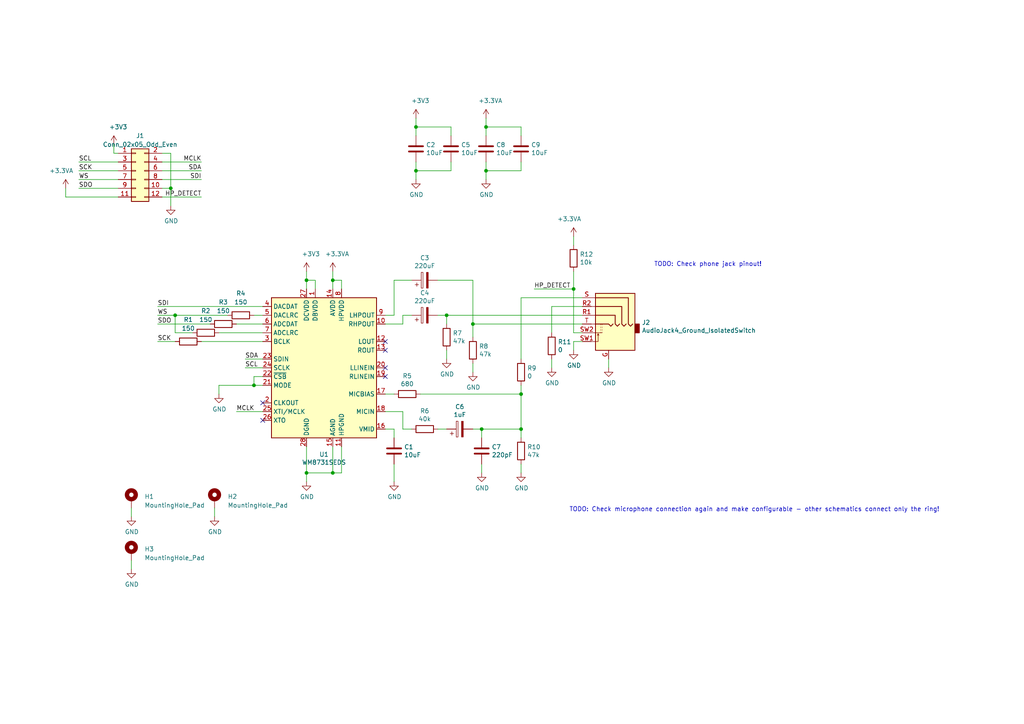
<source format=kicad_sch>
(kicad_sch (version 20210406) (generator eeschema)
  (paper "A4")
  (lib_symbols
    (symbol "Audio:WM8731SEDS"
      (property "Reference" "U" (at -13.97 21.59 0))
      (property "Value" "WM8731SEDS" (at 0 5.08 0))
      (symbol "WM8731SEDS_0_1"
        (rectangle (start -15.24 20.32) (end 15.24 -20.32) (stroke (width 0.254)) (fill (type background)))
      )
      (symbol "WM8731SEDS_1_1"
        (pin power_in line (at -2.54 22.86 270) (length 2.54) (name "DBVDD") (number "1"))
        (pin output line (at 17.78 12.7 180) (length 2.54) (name "RHPOUT") (number "10"))
        (pin power_in line (at 5.08 -22.86 90) (length 2.54) (name "HPGND") (number "11"))
        (pin output line (at 17.78 7.62 180) (length 2.54) (name "LOUT") (number "12"))
        (pin output line (at 17.78 5.08 180) (length 2.54) (name "ROUT") (number "13"))
        (pin power_in line (at 2.54 22.86 270) (length 2.54) (name "AVDD") (number "14"))
        (pin power_in line (at 2.54 -22.86 90) (length 2.54) (name "AGND") (number "15"))
        (pin passive line (at 17.78 -17.78 180) (length 2.54) (name "VMID") (number "16"))
        (pin output line (at 17.78 -7.62 180) (length 2.54) (name "MICBIAS") (number "17"))
        (pin input line (at 17.78 -12.7 180) (length 2.54) (name "MICIN") (number "18"))
        (pin input line (at 17.78 -2.54 180) (length 2.54) (name "RLINEIN") (number "19"))
        (pin output line (at -17.78 -10.16 0) (length 2.54) (name "CLKOUT") (number "2"))
        (pin input line (at 17.78 0 180) (length 2.54) (name "LLINEIN") (number "20"))
        (pin input line (at -17.78 -5.08 0) (length 2.54) (name "MODE") (number "21"))
        (pin input line (at -17.78 -2.54 0) (length 2.54) (name "~CSB") (number "22"))
        (pin bidirectional line (at -17.78 2.54 0) (length 2.54) (name "SDIN") (number "23"))
        (pin input line (at -17.78 0 0) (length 2.54) (name "SCLK") (number "24"))
        (pin input line (at -17.78 -12.7 0) (length 2.54) (name "XTI/MCLK") (number "25"))
        (pin output line (at -17.78 -15.24 0) (length 2.54) (name "XTO") (number "26"))
        (pin power_in line (at -5.08 22.86 270) (length 2.54) (name "DCVDD") (number "27"))
        (pin power_in line (at -5.08 -22.86 90) (length 2.54) (name "DGND") (number "28"))
        (pin bidirectional line (at -17.78 7.62 0) (length 2.54) (name "BCLK") (number "3"))
        (pin input line (at -17.78 17.78 0) (length 2.54) (name "DACDAT") (number "4"))
        (pin bidirectional line (at -17.78 15.24 0) (length 2.54) (name "DACLRC") (number "5"))
        (pin output line (at -17.78 12.7 0) (length 2.54) (name "ADCDAT") (number "6"))
        (pin bidirectional line (at -17.78 10.16 0) (length 2.54) (name "ADCLRC") (number "7"))
        (pin power_in line (at 5.08 22.86 270) (length 2.54) (name "HPVDD") (number "8"))
        (pin output line (at 17.78 15.24 180) (length 2.54) (name "LHPOUT") (number "9"))
      )
    )
    (symbol "Connector_Generic:Conn_02x06_Odd_Even" (pin_names (offset 1.016) hide)
      (property "Reference" "J" (at 1.27 7.62 0))
      (property "Value" "Conn_02x06_Odd_Even" (at 1.27 -10.16 0))
      (symbol "Conn_02x06_Odd_Even_1_1"
        (rectangle (start -1.27 -7.493) (end 0 -7.747) (stroke (width 0.1524)))
        (rectangle (start -1.27 -4.953) (end 0 -5.207) (stroke (width 0.1524)))
        (rectangle (start -1.27 -2.413) (end 0 -2.667) (stroke (width 0.1524)))
        (rectangle (start -1.27 0.127) (end 0 -0.127) (stroke (width 0.1524)))
        (rectangle (start -1.27 2.667) (end 0 2.413) (stroke (width 0.1524)))
        (rectangle (start -1.27 5.207) (end 0 4.953) (stroke (width 0.1524)))
        (rectangle (start 3.81 -7.493) (end 2.54 -7.747) (stroke (width 0.1524)))
        (rectangle (start 3.81 -4.953) (end 2.54 -5.207) (stroke (width 0.1524)))
        (rectangle (start 3.81 -2.413) (end 2.54 -2.667) (stroke (width 0.1524)))
        (rectangle (start 3.81 0.127) (end 2.54 -0.127) (stroke (width 0.1524)))
        (rectangle (start 3.81 2.667) (end 2.54 2.413) (stroke (width 0.1524)))
        (rectangle (start 3.81 5.207) (end 2.54 4.953) (stroke (width 0.1524)))
        (rectangle (start -1.27 6.35) (end 3.81 -8.89) (stroke (width 0.254)) (fill (type background)))
        (pin passive line (at -5.08 5.08 0) (length 3.81) (name "Pin_1") (number "1"))
        (pin passive line (at 7.62 -5.08 180) (length 3.81) (name "Pin_10") (number "10"))
        (pin passive line (at -5.08 -7.62 0) (length 3.81) (name "Pin_11") (number "11"))
        (pin passive line (at 7.62 -7.62 180) (length 3.81) (name "Pin_12") (number "12"))
        (pin passive line (at 7.62 5.08 180) (length 3.81) (name "Pin_2") (number "2"))
        (pin passive line (at -5.08 2.54 0) (length 3.81) (name "Pin_3") (number "3"))
        (pin passive line (at 7.62 2.54 180) (length 3.81) (name "Pin_4") (number "4"))
        (pin passive line (at -5.08 0 0) (length 3.81) (name "Pin_5") (number "5"))
        (pin passive line (at 7.62 0 180) (length 3.81) (name "Pin_6") (number "6"))
        (pin passive line (at -5.08 -2.54 0) (length 3.81) (name "Pin_7") (number "7"))
        (pin passive line (at 7.62 -2.54 180) (length 3.81) (name "Pin_8") (number "8"))
        (pin passive line (at -5.08 -5.08 0) (length 3.81) (name "Pin_9") (number "9"))
      )
    )
    (symbol "Device:C" (pin_numbers hide) (pin_names (offset 0.254))
      (property "Reference" "C" (at 0.635 2.54 0))
      (property "Value" "C" (at 0.635 -2.54 0))
      (symbol "C_0_1"
        (polyline (pts (xy -2.032 -0.762) (xy 2.032 -0.762)) (stroke (width 0.508)))
        (polyline (pts (xy -2.032 0.762) (xy 2.032 0.762)) (stroke (width 0.508)))
      )
      (symbol "C_1_1"
        (pin passive line (at 0 3.81 270) (length 2.794) (name "~") (number "1"))
        (pin passive line (at 0 -3.81 90) (length 2.794) (name "~") (number "2"))
      )
    )
    (symbol "Device:C_Polarized" (pin_numbers hide) (pin_names (offset 0.254))
      (property "Reference" "C" (at 0.635 2.54 0))
      (property "Value" "C_Polarized" (at 0.635 -2.54 0))
      (symbol "C_Polarized_0_1"
        (rectangle (start -2.286 0.508) (end 2.286 1.016))
        (rectangle (start 2.286 -0.508) (end -2.286 -1.016) (fill (type outline)))
        (polyline (pts (xy -1.778 2.286) (xy -0.762 2.286)))
        (polyline (pts (xy -1.27 2.794) (xy -1.27 1.778)))
      )
      (symbol "C_Polarized_1_1"
        (pin passive line (at 0 3.81 270) (length 2.794) (name "~") (number "1"))
        (pin passive line (at 0 -3.81 90) (length 2.794) (name "~") (number "2"))
      )
    )
    (symbol "Device:R" (pin_numbers hide) (pin_names (offset 0))
      (property "Reference" "R" (at 2.032 0 90))
      (property "Value" "R" (at 0 0 90))
      (symbol "R_0_1"
        (rectangle (start -1.016 -2.54) (end 1.016 2.54) (stroke (width 0.254)))
      )
      (symbol "R_1_1"
        (pin passive line (at 0 3.81 270) (length 1.27) (name "~") (number "1"))
        (pin passive line (at 0 -3.81 90) (length 1.27) (name "~") (number "2"))
      )
    )
    (symbol "HackAmp-Symbols:AudioJack4_Ground_IsolatedSwitch"
      (property "Reference" "J" (at 0 11.43 0))
      (property "Value" "AudioJack4_Ground_IsolatedSwitch" (at 0 8.89 0))
      (symbol "AudioJack4_Ground_IsolatedSwitch_0_1"
        (rectangle (start -7.62 -2.54) (end -8.89 -5.08) (stroke (width 0.254)) (fill (type outline)))
        (rectangle (start -7.62 6.35) (end 3.81 -10.16) (stroke (width 0.254)) (fill (type background)))
        (polyline (pts (xy 1.905 -5.08) (xy 1.905 -4.826)) (stroke (width 0.001)))
        (polyline (pts (xy 1.905 -4.445) (xy 1.905 -4.064)) (stroke (width 0.001)))
        (polyline (pts (xy 1.905 -3.683) (xy 1.905 -3.302)) (stroke (width 0.001)))
        (polyline (pts (xy 1.905 -2.921) (xy 1.905 -2.54)) (stroke (width 0.001)))
        (polyline (pts (xy 2.286 -5.08) (xy 2.286 -4.826)) (stroke (width 0.001)))
        (polyline (pts (xy 2.286 -4.445) (xy 2.286 -4.064)) (stroke (width 0.001)))
        (polyline (pts (xy 2.286 -3.683) (xy 2.286 -3.302)) (stroke (width 0.001)))
        (polyline (pts (xy 2.286 -2.921) (xy 2.286 -2.54)) (stroke (width 0.001)))
        (polyline (pts (xy 3.81 2.54) (xy 5.08 2.54)))
        (polyline (pts (xy 5.08 -5.08) (xy 1.905 -5.08)))
        (polyline (pts (xy 5.08 -2.54) (xy 3.81 -2.54)))
        (polyline (pts (xy 5.08 0) (xy 3.81 0)))
        (polyline (pts (xy 5.08 5.08) (xy 3.81 5.08)))
      )
      (symbol "AudioJack4_Ground_IsolatedSwitch_1_1"
        (polyline (pts (xy 3.048 -5.334) (xy 3.302 -5.842)))
        (polyline (pts (xy -1.27 -2.54) (xy -0.635 -3.175) (xy 0 -2.54) (xy 3.81 -2.54)) (stroke (width 0.254)))
        (polyline (pts (xy 5.08 -7.62) (xy 3.048 -7.62) (xy 3.048 -5.334) (xy 2.794 -5.842)))
        (polyline (pts (xy -3.175 -2.54) (xy -2.54 -3.175) (xy -1.905 -2.54) (xy -1.905 0) (xy 3.81 0)) (stroke (width 0.254)))
        (polyline (pts (xy 3.81 2.54) (xy -3.81 2.54) (xy -3.81 -2.54) (xy -4.445 -3.175) (xy -5.08 -2.54)) (stroke (width 0.254)))
        (polyline (pts (xy 3.81 5.08) (xy -5.715 5.08) (xy -5.715 -2.54) (xy -6.35 -3.175) (xy -6.985 -2.54)) (stroke (width 0.254)))
        (pin passive line (at 0 -12.7 90) (length 2.54) (name "~") (number "G"))
        (pin passive line (at 7.62 0 180) (length 2.54) (name "~") (number "R1"))
        (pin passive line (at 7.62 2.54 180) (length 2.54) (name "~") (number "R2"))
        (pin passive line (at 7.62 5.08 180) (length 2.54) (name "~") (number "S"))
        (pin passive line (at 7.62 -7.62 180) (length 2.54) (name "~") (number "SW1"))
        (pin passive line (at 7.62 -5.08 180) (length 2.54) (name "~") (number "SW2"))
        (pin passive line (at 7.62 -2.54 180) (length 2.54) (name "~") (number "T"))
      )
    )
    (symbol "Mechanical:MountingHole_Pad" (pin_numbers hide) (pin_names (offset 1.016) hide)
      (property "Reference" "H" (at 0 6.35 0))
      (property "Value" "MountingHole_Pad" (at 0 4.445 0))
      (symbol "MountingHole_Pad_0_1"
        (circle (center 0 1.27) (radius 1.27) (stroke (width 1.27)))
      )
      (symbol "MountingHole_Pad_1_1"
        (pin input line (at 0 -2.54 90) (length 2.54) (name "1") (number "1"))
      )
    )
    (symbol "power:+3.3VA" (power) (pin_names (offset 0))
      (property "Value" "+3.3VA" (at 0 3.556 0))
      (symbol "+3.3VA_0_1"
        (polyline (pts (xy -0.762 1.27) (xy 0 2.54)))
        (polyline (pts (xy 0 0) (xy 0 2.54)))
        (polyline (pts (xy 0 2.54) (xy 0.762 1.27)))
      )
      (symbol "+3.3VA_1_1"
        (pin power_in line (at 0 0 90) (length 0) hide (name "+3.3VA") (number "1"))
      )
    )
    (symbol "power:+3V3" (power) (pin_names (offset 0))
      (property "Value" "+3V3" (at 0 3.556 0))
      (symbol "+3V3_0_1"
        (polyline (pts (xy -0.762 1.27) (xy 0 2.54)))
        (polyline (pts (xy 0 0) (xy 0 2.54)))
        (polyline (pts (xy 0 2.54) (xy 0.762 1.27)))
      )
      (symbol "+3V3_1_1"
        (pin power_in line (at 0 0 90) (length 0) hide (name "+3V3") (number "1"))
      )
    )
    (symbol "power:GND" (power) (pin_names (offset 0))
      (property "Value" "GND" (at 0 -3.81 0))
      (symbol "GND_0_1"
        (polyline (pts (xy 0 0) (xy 0 -1.27) (xy 1.27 -1.27) (xy 0 -2.54) (xy -1.27 -1.27) (xy 0 -1.27)))
      )
      (symbol "GND_1_1"
        (pin power_in line (at 0 0 270) (length 0) hide (name "GND") (number "1"))
      )
    )
  )
  (junction (at 49.53 54.61) (diameter 0.9144))
  (junction (at 50.8 91.44) (diameter 0.9144))
  (junction (at 73.66 111.76) (diameter 0.9144))
  (junction (at 88.9 81.28) (diameter 0.9144))
  (junction (at 88.9 137.16) (diameter 0.9144))
  (junction (at 96.52 81.28) (diameter 0.9144))
  (junction (at 96.52 137.16) (diameter 0.9144))
  (junction (at 120.65 36.83) (diameter 0.9144))
  (junction (at 120.65 49.53) (diameter 0.9144))
  (junction (at 129.54 91.44) (diameter 0.9144))
  (junction (at 137.16 93.98) (diameter 0.9144))
  (junction (at 139.7 124.46) (diameter 0.9144))
  (junction (at 140.97 36.83) (diameter 0.9144))
  (junction (at 140.97 49.53) (diameter 0.9144))
  (junction (at 151.13 114.3) (diameter 0.9144))
  (junction (at 151.13 124.46) (diameter 0.9144))
  (junction (at 166.37 83.82) (diameter 0.9144))
  (no_connect (at 76.2 116.84))
  (no_connect (at 76.2 121.92))
  (no_connect (at 111.76 99.06))
  (no_connect (at 111.76 101.6))
  (no_connect (at 111.76 106.68))
  (no_connect (at 111.76 109.22))
  (wire (pts (xy 19.05 57.15) (xy 19.05 54.61)))
  (wire (pts (xy 33.02 44.45) (xy 33.02 41.91)))
  (wire (pts (xy 34.29 44.45) (xy 33.02 44.45)))
  (wire (pts (xy 34.29 46.99) (xy 22.86 46.99)))
  (wire (pts (xy 34.29 49.53) (xy 22.86 49.53)))
  (wire (pts (xy 34.29 52.07) (xy 22.86 52.07)))
  (wire (pts (xy 34.29 54.61) (xy 22.86 54.61)))
  (wire (pts (xy 34.29 57.15) (xy 19.05 57.15)))
  (wire (pts (xy 38.1 147.32) (xy 38.1 149.86)))
  (wire (pts (xy 38.1 162.56) (xy 38.1 165.1)))
  (wire (pts (xy 45.72 88.9) (xy 76.2 88.9)))
  (wire (pts (xy 45.72 91.44) (xy 50.8 91.44)))
  (wire (pts (xy 45.72 93.98) (xy 60.96 93.98)))
  (wire (pts (xy 45.72 99.06) (xy 50.8 99.06)))
  (wire (pts (xy 46.99 46.99) (xy 58.42 46.99)))
  (wire (pts (xy 46.99 52.07) (xy 58.42 52.07)))
  (wire (pts (xy 46.99 54.61) (xy 49.53 54.61)))
  (wire (pts (xy 49.53 44.45) (xy 46.99 44.45)))
  (wire (pts (xy 49.53 54.61) (xy 49.53 44.45)))
  (wire (pts (xy 49.53 54.61) (xy 49.53 59.69)))
  (wire (pts (xy 50.8 91.44) (xy 50.8 96.52)))
  (wire (pts (xy 50.8 91.44) (xy 66.04 91.44)))
  (wire (pts (xy 50.8 96.52) (xy 55.88 96.52)))
  (wire (pts (xy 58.42 49.53) (xy 46.99 49.53)))
  (wire (pts (xy 58.42 57.15) (xy 46.99 57.15)))
  (wire (pts (xy 58.42 99.06) (xy 76.2 99.06)))
  (wire (pts (xy 62.23 147.32) (xy 62.23 149.86)))
  (wire (pts (xy 63.5 96.52) (xy 76.2 96.52)))
  (wire (pts (xy 63.5 111.76) (xy 73.66 111.76)))
  (wire (pts (xy 63.5 114.3) (xy 63.5 111.76)))
  (wire (pts (xy 68.58 93.98) (xy 76.2 93.98)))
  (wire (pts (xy 68.58 119.38) (xy 76.2 119.38)))
  (wire (pts (xy 71.12 104.14) (xy 76.2 104.14)))
  (wire (pts (xy 71.12 106.68) (xy 76.2 106.68)))
  (wire (pts (xy 73.66 91.44) (xy 76.2 91.44)))
  (wire (pts (xy 73.66 109.22) (xy 73.66 111.76)))
  (wire (pts (xy 73.66 111.76) (xy 76.2 111.76)))
  (wire (pts (xy 76.2 109.22) (xy 73.66 109.22)))
  (wire (pts (xy 88.9 78.74) (xy 88.9 81.28)))
  (wire (pts (xy 88.9 81.28) (xy 91.44 81.28)))
  (wire (pts (xy 88.9 83.82) (xy 88.9 81.28)))
  (wire (pts (xy 88.9 137.16) (xy 88.9 129.54)))
  (wire (pts (xy 88.9 137.16) (xy 88.9 139.7)))
  (wire (pts (xy 91.44 83.82) (xy 91.44 81.28)))
  (wire (pts (xy 96.52 78.74) (xy 96.52 81.28)))
  (wire (pts (xy 96.52 81.28) (xy 99.06 81.28)))
  (wire (pts (xy 96.52 83.82) (xy 96.52 81.28)))
  (wire (pts (xy 96.52 129.54) (xy 96.52 137.16)))
  (wire (pts (xy 96.52 137.16) (xy 88.9 137.16)))
  (wire (pts (xy 99.06 81.28) (xy 99.06 83.82)))
  (wire (pts (xy 99.06 129.54) (xy 99.06 137.16)))
  (wire (pts (xy 99.06 137.16) (xy 96.52 137.16)))
  (wire (pts (xy 111.76 91.44) (xy 114.3 91.44)))
  (wire (pts (xy 111.76 93.98) (xy 116.84 93.98)))
  (wire (pts (xy 111.76 114.3) (xy 114.3 114.3)))
  (wire (pts (xy 111.76 119.38) (xy 116.84 119.38)))
  (wire (pts (xy 111.76 124.46) (xy 114.3 124.46)))
  (wire (pts (xy 114.3 81.28) (xy 119.38 81.28)))
  (wire (pts (xy 114.3 91.44) (xy 114.3 81.28)))
  (wire (pts (xy 114.3 127) (xy 114.3 124.46)))
  (wire (pts (xy 114.3 134.62) (xy 114.3 139.7)))
  (wire (pts (xy 116.84 91.44) (xy 119.38 91.44)))
  (wire (pts (xy 116.84 93.98) (xy 116.84 91.44)))
  (wire (pts (xy 116.84 119.38) (xy 116.84 124.46)))
  (wire (pts (xy 116.84 124.46) (xy 119.38 124.46)))
  (wire (pts (xy 120.65 34.29) (xy 120.65 36.83)))
  (wire (pts (xy 120.65 36.83) (xy 130.81 36.83)))
  (wire (pts (xy 120.65 39.37) (xy 120.65 36.83)))
  (wire (pts (xy 120.65 46.99) (xy 120.65 49.53)))
  (wire (pts (xy 120.65 49.53) (xy 120.65 52.07)))
  (wire (pts (xy 120.65 49.53) (xy 130.81 49.53)))
  (wire (pts (xy 127 81.28) (xy 137.16 81.28)))
  (wire (pts (xy 127 91.44) (xy 129.54 91.44)))
  (wire (pts (xy 127 124.46) (xy 129.54 124.46)))
  (wire (pts (xy 129.54 91.44) (xy 129.54 93.98)))
  (wire (pts (xy 129.54 101.6) (xy 129.54 104.14)))
  (wire (pts (xy 130.81 39.37) (xy 130.81 36.83)))
  (wire (pts (xy 130.81 46.99) (xy 130.81 49.53)))
  (wire (pts (xy 137.16 81.28) (xy 137.16 93.98)))
  (wire (pts (xy 137.16 93.98) (xy 137.16 97.79)))
  (wire (pts (xy 137.16 93.98) (xy 168.91 93.98)))
  (wire (pts (xy 137.16 107.95) (xy 137.16 105.41)))
  (wire (pts (xy 137.16 124.46) (xy 139.7 124.46)))
  (wire (pts (xy 139.7 124.46) (xy 139.7 127)))
  (wire (pts (xy 139.7 134.62) (xy 139.7 137.16)))
  (wire (pts (xy 140.97 34.29) (xy 140.97 36.83)))
  (wire (pts (xy 140.97 36.83) (xy 151.13 36.83)))
  (wire (pts (xy 140.97 39.37) (xy 140.97 36.83)))
  (wire (pts (xy 140.97 49.53) (xy 140.97 46.99)))
  (wire (pts (xy 140.97 49.53) (xy 140.97 52.07)))
  (wire (pts (xy 140.97 49.53) (xy 151.13 49.53)))
  (wire (pts (xy 151.13 36.83) (xy 151.13 39.37)))
  (wire (pts (xy 151.13 49.53) (xy 151.13 46.99)))
  (wire (pts (xy 151.13 86.36) (xy 151.13 104.14)))
  (wire (pts (xy 151.13 86.36) (xy 168.91 86.36)))
  (wire (pts (xy 151.13 111.76) (xy 151.13 114.3)))
  (wire (pts (xy 151.13 114.3) (xy 121.92 114.3)))
  (wire (pts (xy 151.13 124.46) (xy 139.7 124.46)))
  (wire (pts (xy 151.13 124.46) (xy 151.13 114.3)))
  (wire (pts (xy 151.13 127) (xy 151.13 124.46)))
  (wire (pts (xy 151.13 137.16) (xy 151.13 134.62)))
  (wire (pts (xy 154.94 83.82) (xy 166.37 83.82)))
  (wire (pts (xy 160.02 88.9) (xy 160.02 96.52)))
  (wire (pts (xy 160.02 104.14) (xy 160.02 106.68)))
  (wire (pts (xy 166.37 68.58) (xy 166.37 71.12)))
  (wire (pts (xy 166.37 78.74) (xy 166.37 83.82)))
  (wire (pts (xy 166.37 83.82) (xy 166.37 96.52)))
  (wire (pts (xy 166.37 96.52) (xy 168.91 96.52)))
  (wire (pts (xy 166.37 99.06) (xy 166.37 101.6)))
  (wire (pts (xy 168.91 88.9) (xy 160.02 88.9)))
  (wire (pts (xy 168.91 91.44) (xy 129.54 91.44)))
  (wire (pts (xy 168.91 99.06) (xy 166.37 99.06)))
  (wire (pts (xy 176.53 104.14) (xy 176.53 106.68)))
  (text "TODO: Check microphone connection again and make configurable - other schematics connect only the ring!" (at 165.1 148.59 0) (effects (font (size 1.27 1.27)) (justify left bottom)))
  (text "TODO: Check phone jack pinout!" (at 220.98 77.47 180) (effects (font (size 1.27 1.27)) (justify right bottom)))
  (label "SCL" (at 22.86 46.99 0))
  (label "SCK" (at 22.86 49.53 0))
  (label "WS" (at 22.86 52.07 0))
  (label "SDO" (at 22.86 54.61 0))
  (label "SDI" (at 45.72 88.9 0))
  (label "WS" (at 45.72 91.44 0))
  (label "SDO" (at 45.72 93.98 0))
  (label "SCK" (at 45.72 99.06 0))
  (label "MCLK" (at 58.42 46.99 180))
  (label "SDA" (at 58.42 49.53 180))
  (label "SDI" (at 58.42 52.07 180))
  (label "HP_DETECT" (at 58.42 57.15 180))
  (label "MCLK" (at 68.58 119.38 0))
  (label "SDA" (at 71.12 104.14 0))
  (label "SCL" (at 71.12 106.68 0))
  (label "HP_DETECT" (at 154.94 83.82 0))
  (symbol (lib_id "power:+3.3VA") (at 19.05 54.61 0) (mirror y) (unit 1)
    (property "Reference" "#PWR02" (effects hide))
    (property "Value" "+3.3VA" (at 17.78 49.53 0))
  )
  (symbol (lib_id "power:+3V3") (at 33.02 41.91 0) (unit 1)
    (property "Reference" "#PWR01" (effects hide))
    (property "Value" "+3V3" (at 34.29 36.83 0))
  )
  (symbol (lib_id "power:+3V3") (at 88.9 78.74 0) (unit 1)
    (property "Reference" "#PWR07" (effects hide))
    (property "Value" "+3V3" (at 90.17 73.66 0))
  )
  (symbol (lib_id "power:+3.3VA") (at 96.52 78.74 0) (unit 1)
    (property "Reference" "#PWR09" (effects hide))
    (property "Value" "+3.3VA" (at 97.79 73.66 0))
  )
  (symbol (lib_id "power:+3V3") (at 120.65 34.29 0) (unit 1)
    (property "Reference" "#PWR011" (effects hide))
    (property "Value" "+3V3" (at 121.92 29.21 0))
  )
  (symbol (lib_id "power:+3.3VA") (at 140.97 34.29 0) (unit 1)
    (property "Reference" "#PWR016" (effects hide))
    (property "Value" "+3.3VA" (at 142.24 29.21 0))
  )
  (symbol (lib_id "power:+3.3VA") (at 166.37 68.58 0) (mirror y) (unit 1)
    (property "Reference" "#PWR0102" (effects hide))
    (property "Value" "+3.3VA" (at 165.1 63.5 0))
  )
  (symbol (lib_id "power:GND") (at 38.1 149.86 0) (unit 1)
    (property "Reference" "#PWR04" (effects hide))
    (property "Value" "GND" (at 38.227 154.2542 0))
  )
  (symbol (lib_id "power:GND") (at 38.1 165.1 0) (unit 1)
    (property "Reference" "#PWR0101" (effects hide))
    (property "Value" "GND" (at 38.227 169.4942 0))
  )
  (symbol (lib_id "power:GND") (at 49.53 59.69 0) (unit 1)
    (property "Reference" "#PWR03" (effects hide))
    (property "Value" "GND" (at 49.657 64.0842 0))
  )
  (symbol (lib_id "power:GND") (at 62.23 149.86 0) (unit 1)
    (property "Reference" "#PWR05" (effects hide))
    (property "Value" "GND" (at 62.357 154.2542 0))
  )
  (symbol (lib_id "power:GND") (at 63.5 114.3 0) (unit 1)
    (property "Reference" "#PWR06" (effects hide))
    (property "Value" "GND" (at 63.627 118.6942 0))
  )
  (symbol (lib_id "power:GND") (at 88.9 139.7 0) (unit 1)
    (property "Reference" "#PWR08" (effects hide))
    (property "Value" "GND" (at 89.027 144.0942 0))
  )
  (symbol (lib_id "power:GND") (at 114.3 139.7 0) (unit 1)
    (property "Reference" "#PWR010" (effects hide))
    (property "Value" "GND" (at 114.427 144.0942 0))
  )
  (symbol (lib_id "power:GND") (at 120.65 52.07 0) (unit 1)
    (property "Reference" "#PWR012" (effects hide))
    (property "Value" "GND" (at 120.777 56.4642 0))
  )
  (symbol (lib_id "power:GND") (at 129.54 104.14 0) (unit 1)
    (property "Reference" "#PWR013" (effects hide))
    (property "Value" "GND" (at 129.667 108.5342 0))
  )
  (symbol (lib_id "power:GND") (at 137.16 107.95 0) (unit 1)
    (property "Reference" "#PWR014" (effects hide))
    (property "Value" "GND" (at 137.287 112.3442 0))
  )
  (symbol (lib_id "power:GND") (at 139.7 137.16 0) (unit 1)
    (property "Reference" "#PWR015" (effects hide))
    (property "Value" "GND" (at 139.827 141.5542 0))
  )
  (symbol (lib_id "power:GND") (at 140.97 52.07 0) (unit 1)
    (property "Reference" "#PWR017" (effects hide))
    (property "Value" "GND" (at 141.097 56.4642 0))
  )
  (symbol (lib_id "power:GND") (at 151.13 137.16 0) (unit 1)
    (property "Reference" "#PWR018" (effects hide))
    (property "Value" "GND" (at 151.257 141.5542 0))
  )
  (symbol (lib_id "power:GND") (at 160.02 106.68 0) (unit 1)
    (property "Reference" "#PWR019" (effects hide))
    (property "Value" "GND" (at 160.147 111.0742 0))
  )
  (symbol (lib_id "power:GND") (at 166.37 101.6 0) (unit 1)
    (property "Reference" "#PWR021" (effects hide))
    (property "Value" "GND" (at 166.497 105.9942 0))
  )
  (symbol (lib_id "power:GND") (at 176.53 106.68 0) (unit 1)
    (property "Reference" "#PWR022" (effects hide))
    (property "Value" "GND" (at 176.657 111.0742 0))
  )
  (symbol (lib_id "Device:R") (at 54.61 99.06 90) (unit 1)
    (property "Reference" "R1" (at 54.61 92.71 90))
    (property "Value" "150" (at 54.61 95.25 90))
    (property "Footprint" "Resistor_SMD:R_0603_1608Metric" (effects hide))
  )
  (symbol (lib_id "Device:R") (at 59.69 96.52 90) (unit 1)
    (property "Reference" "R2" (at 59.69 90.17 90))
    (property "Value" "150" (at 59.69 92.71 90))
    (property "Footprint" "Resistor_SMD:R_0603_1608Metric" (effects hide))
  )
  (symbol (lib_id "Device:R") (at 64.77 93.98 90) (unit 1)
    (property "Reference" "R3" (at 64.77 87.63 90))
    (property "Value" "150" (at 64.77 90.17 90))
    (property "Footprint" "Resistor_SMD:R_0603_1608Metric" (effects hide))
  )
  (symbol (lib_id "Device:R") (at 69.85 91.44 90) (unit 1)
    (property "Reference" "R4" (at 69.85 85.09 90))
    (property "Value" "150" (at 69.85 87.63 90))
    (property "Footprint" "Resistor_SMD:R_0603_1608Metric" (effects hide))
  )
  (symbol (lib_id "Device:R") (at 118.11 114.3 270) (unit 1)
    (property "Reference" "R5" (at 118.11 109.0422 90))
    (property "Value" "680" (at 118.11 111.3536 90))
    (property "Footprint" "Resistor_SMD:R_0603_1608Metric" (effects hide))
  )
  (symbol (lib_id "Device:R") (at 123.19 124.46 270) (unit 1)
    (property "Reference" "R6" (at 123.19 119.2022 90))
    (property "Value" "40k" (at 123.19 121.5136 90))
    (property "Footprint" "Resistor_SMD:R_0603_1608Metric" (effects hide))
  )
  (symbol (lib_id "Device:R") (at 129.54 97.79 0) (unit 1)
    (property "Reference" "R7" (at 131.318 96.6216 0) (effects (justify left)))
    (property "Value" "47k" (at 131.318 98.933 0) (effects (justify left)))
    (property "Footprint" "Resistor_SMD:R_0603_1608Metric" (effects hide))
  )
  (symbol (lib_id "Device:R") (at 137.16 101.6 0) (unit 1)
    (property "Reference" "R8" (at 138.938 100.4316 0) (effects (justify left)))
    (property "Value" "47k" (at 138.938 102.743 0) (effects (justify left)))
    (property "Footprint" "Resistor_SMD:R_0603_1608Metric" (effects hide))
  )
  (symbol (lib_id "Device:R") (at 151.13 107.95 0) (unit 1)
    (property "Reference" "R9" (at 152.908 106.7816 0) (effects (justify left)))
    (property "Value" "0" (at 152.908 109.093 0) (effects (justify left)))
    (property "Footprint" "Resistor_SMD:R_0603_1608Metric" (effects hide))
  )
  (symbol (lib_id "Device:R") (at 151.13 130.81 0) (unit 1)
    (property "Reference" "R10" (at 152.908 129.6416 0) (effects (justify left)))
    (property "Value" "47k" (at 152.908 131.953 0) (effects (justify left)))
    (property "Footprint" "Resistor_SMD:R_0603_1608Metric" (effects hide))
  )
  (symbol (lib_id "Device:R") (at 160.02 100.33 0) (unit 1)
    (property "Reference" "R11" (at 161.798 99.1616 0) (effects (justify left)))
    (property "Value" "0" (at 161.798 101.473 0) (effects (justify left)))
    (property "Footprint" "Resistor_SMD:R_0603_1608Metric" (effects hide))
  )
  (symbol (lib_id "Device:R") (at 166.37 74.93 0) (unit 1)
    (property "Reference" "R12" (at 168.148 73.7616 0) (effects (justify left)))
    (property "Value" "10k" (at 168.148 76.073 0) (effects (justify left)))
    (property "Footprint" "Resistor_SMD:R_0603_1608Metric" (effects hide))
    (property "Mouser" "652-CR0603FX-1002ELF" (effects hide))
    (property "Part Name" "Bourns CR0603-FX-1002ELF" (effects hide))
  )
  (symbol (lib_id "Mechanical:MountingHole_Pad") (at 38.1 144.78 0) (unit 1)
    (property "Reference" "H1" (at 41.91 144.0179 0) (effects (justify left)))
    (property "Value" "MountingHole_Pad" (at 41.91 146.5579 0) (effects (justify left)))
    (property "Footprint" "MountingHole:MountingHole_3.2mm_M3_ISO7380_Pad" (effects hide))
  )
  (symbol (lib_id "Mechanical:MountingHole_Pad") (at 38.1 160.02 0) (unit 1)
    (property "Reference" "H3" (at 41.91 159.2579 0) (effects (justify left)))
    (property "Value" "MountingHole_Pad" (at 41.91 161.7979 0) (effects (justify left)))
    (property "Footprint" "MountingHole:MountingHole_3.2mm_M3_ISO7380_Pad" (effects hide))
  )
  (symbol (lib_id "Mechanical:MountingHole_Pad") (at 62.23 144.78 0) (unit 1)
    (property "Reference" "H2" (at 66.04 144.0179 0) (effects (justify left)))
    (property "Value" "MountingHole_Pad" (at 66.04 146.5579 0) (effects (justify left)))
    (property "Footprint" "MountingHole:MountingHole_3.2mm_M3_ISO7380_Pad" (effects hide))
  )
  (symbol (lib_id "Device:C") (at 114.3 130.81 0) (unit 1)
    (property "Reference" "C1" (at 117.221 129.6416 0) (effects (justify left)))
    (property "Value" "10uF" (at 117.221 131.953 0) (effects (justify left)))
    (property "Footprint" "Capacitor_SMD:C_0805_2012Metric" (effects hide))
    (property "Part Name" "Taiyo Yuden LMK212F106ZG-T" (effects hide))
    (property "Mouser" "963-LMK212F106ZG-T" (effects hide))
  )
  (symbol (lib_id "Device:C") (at 120.65 43.18 0) (unit 1)
    (property "Reference" "C2" (at 123.571 42.0116 0) (effects (justify left)))
    (property "Value" "10uF" (at 123.571 44.323 0) (effects (justify left)))
    (property "Footprint" "Capacitor_SMD:C_0805_2012Metric" (effects hide))
    (property "Part Name" "Taiyo Yuden LMK212F106ZG-T" (effects hide))
    (property "Mouser" "963-LMK212F106ZG-T" (effects hide))
  )
  (symbol (lib_id "Device:C_Polarized") (at 123.19 81.28 90) (unit 1)
    (property "Reference" "C3" (at 123.19 74.803 90))
    (property "Value" "220uF" (at 123.19 77.1144 90))
    (property "Footprint" "Capacitor_SMD:CP_Elec_6.3x7.7" (effects hide))
    (property "Mouser" "140-VZL221M1CTR-0607" (effects hide))
    (property "Part Name" "Lelon VZL221M1CTR-0607" (effects hide))
  )
  (symbol (lib_id "Device:C_Polarized") (at 123.19 91.44 90) (unit 1)
    (property "Reference" "C4" (at 123.19 84.963 90))
    (property "Value" "220uF" (at 123.19 87.2744 90))
    (property "Footprint" "Capacitor_SMD:CP_Elec_6.3x7.7" (effects hide))
    (property "Mouser" "140-VZL221M1CTR-0607" (effects hide))
    (property "Part Name" "Lelon VZL221M1CTR-0607" (effects hide))
  )
  (symbol (lib_id "Device:C") (at 130.81 43.18 0) (unit 1)
    (property "Reference" "C5" (at 133.731 42.0116 0) (effects (justify left)))
    (property "Value" "10uF" (at 133.731 44.323 0) (effects (justify left)))
    (property "Footprint" "Capacitor_SMD:C_0805_2012Metric" (effects hide))
    (property "Part Name" "Taiyo Yuden LMK212F106ZG-T" (effects hide))
    (property "Mouser" "963-LMK212F106ZG-T" (effects hide))
  )
  (symbol (lib_id "Device:C_Polarized") (at 133.35 124.46 90) (unit 1)
    (property "Reference" "C6" (at 133.35 117.983 90))
    (property "Value" "1uF" (at 133.35 120.2944 90))
    (property "Footprint" "Capacitor_SMD:CP_Elec_4x5.4" (effects hide))
    (property "Mouser" "710-865060640001" (effects hide))
    (property "Part Name" "Wurth 865060640001" (effects hide))
  )
  (symbol (lib_id "Device:C") (at 139.7 130.81 0) (unit 1)
    (property "Reference" "C7" (at 142.621 129.6416 0) (effects (justify left)))
    (property "Value" "220pF" (at 142.621 131.953 0) (effects (justify left)))
    (property "Footprint" "Capacitor_SMD:C_0603_1608Metric" (effects hide))
    (property "Part Name" "Vishay VJ0603A221JNAAO" (effects hide))
    (property "Mouser" "77-VJ0603A221JNAAO" (effects hide))
  )
  (symbol (lib_id "Device:C") (at 140.97 43.18 0) (unit 1)
    (property "Reference" "C8" (at 143.891 42.0116 0) (effects (justify left)))
    (property "Value" "10uF" (at 143.891 44.323 0) (effects (justify left)))
    (property "Footprint" "Capacitor_SMD:C_0805_2012Metric" (effects hide))
    (property "Part Name" "Taiyo Yuden LMK212F106ZG-T" (effects hide))
    (property "Mouser" "963-LMK212F106ZG-T" (effects hide))
  )
  (symbol (lib_id "Device:C") (at 151.13 43.18 0) (unit 1)
    (property "Reference" "C9" (at 154.051 42.0116 0) (effects (justify left)))
    (property "Value" "10uF" (at 154.051 44.323 0) (effects (justify left)))
    (property "Footprint" "Capacitor_SMD:C_0805_2012Metric" (effects hide))
    (property "Part Name" "Taiyo Yuden LMK212F106ZG-T" (effects hide))
    (property "Mouser" "963-LMK212F106ZG-T" (effects hide))
  )
  (symbol (lib_id "Connector_Generic:Conn_02x06_Odd_Even") (at 39.37 49.53 0) (unit 1)
    (property "Reference" "J1" (at 40.64 39.37 0))
    (property "Value" "Conn_02x05_Odd_Even" (at 40.64 41.91 0))
    (property "Footprint" "Connector_PinSocket_2.54mm:PinSocket_2x06_P2.54mm_Vertical" (effects hide))
  )
  (symbol (lib_id "HackAmp-Symbols:AudioJack4_Ground_IsolatedSwitch") (at 176.53 91.44 0) (mirror y) (unit 1)
    (property "Reference" "J2" (at 186.1821 93.5418 0) (effects (justify right)))
    (property "Value" "AudioJack4_Ground_IsolatedSwitch" (at 186.1821 95.8405 0) (effects (justify right)))
    (property "Footprint" "HackAmp-Footprints:Jack_3.5mm_CUI_SJ-435107RS_Horizontal" (effects hide))
    (property "Mouser" "490-SJ-435107RS" (effects hide))
    (property "Part Name" "CUI SJ-435107RS" (effects hide))
  )
  (symbol (lib_id "Audio:WM8731SEDS") (at 93.98 106.68 0) (unit 1)
    (property "Reference" "U1" (at 93.98 131.8006 0))
    (property "Value" "WM8731SEDS" (at 93.98 134.112 0))
    (property "Footprint" "Package_SO:SSOP-28_5.3x10.2mm_P0.65mm" (effects hide))
    (property "Datasheet" "https://statics.cirrus.com/pubs/proDatasheet/WM8731_v4.9.pdf" (effects hide))
    (property "Part Name" "Cirrus Logic WM8731SEDS/V\n" (effects hide))
    (property "Mouser" "238-WM8731SEDS/V\n" (effects hide))
  )
)
</source>
